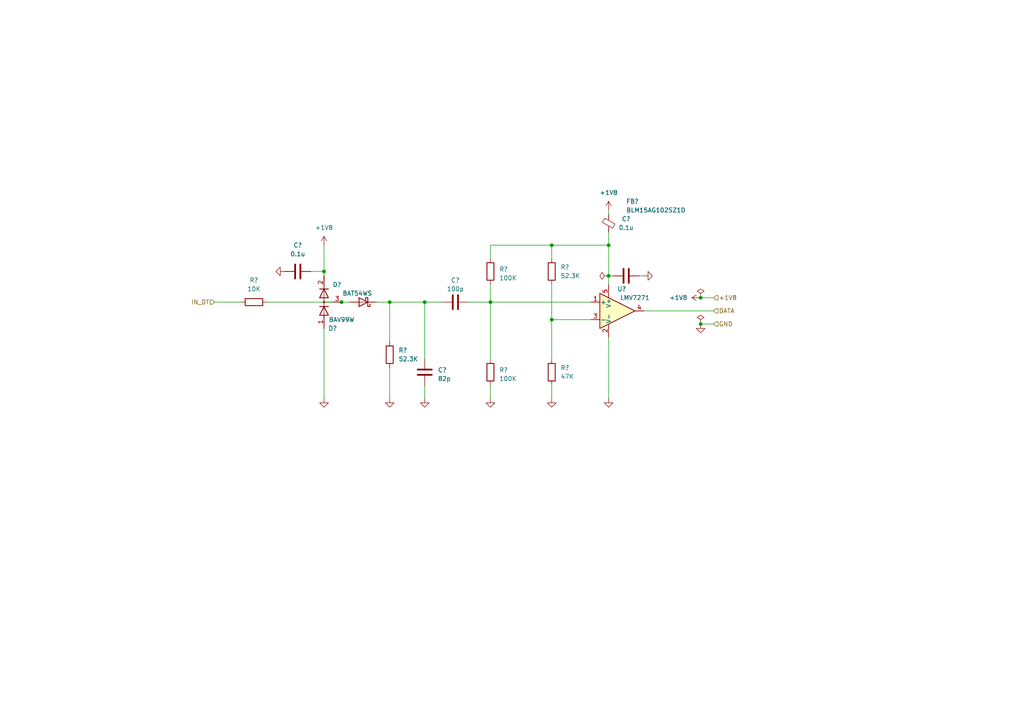
<source format=kicad_sch>
(kicad_sch (version 20230620) (generator eeschema)

  (uuid e71cbde1-8d43-4450-8a5d-ad6ba7566a5d)

  (paper "A4")

  (lib_symbols
    (symbol "Comparator:LMV7271" (pin_names (offset 0.127)) (in_bom yes) (on_board yes)
      (property "Reference" "U" (at 1.27 5.08 0)
        (effects (font (size 1.27 1.27)))
      )
      (property "Value" "LMV7271" (at 3.81 -5.08 0)
        (effects (font (size 1.27 1.27)))
      )
      (property "Footprint" "" (at 0 2.54 0)
        (effects (font (size 1.27 1.27)) hide)
      )
      (property "Datasheet" "http://www.ti.com/lit/ds/symlink/lmv7271.pdf" (at 0 5.08 0)
        (effects (font (size 1.27 1.27)) hide)
      )
      (property "Description" "Single, 1.8V Low Power, Rail-to-Rail Input, Push-Pull Output Comparator, SOT-23-5/SC-70-5" (at 0 0 0)
        (effects (font (size 1.27 1.27)) hide)
      )
      (property "ki_keywords" "cmp" (at 0 0 0)
        (effects (font (size 1.27 1.27)) hide)
      )
      (property "ki_fp_filters" "SOT?23* *SC?70*" (at 0 0 0)
        (effects (font (size 1.27 1.27)) hide)
      )
      (symbol "LMV7271_0_1"
        (polyline
          (pts
            (xy -5.08 5.08)
            (xy 5.08 0)
            (xy -5.08 -5.08)
            (xy -5.08 5.08)
          )
          (stroke (width 0.254) (type default))
          (fill (type background))
        )
      )
      (symbol "LMV7271_1_1"
        (pin input line (at -7.62 2.54 0) (length 2.54)
          (name "+" (effects (font (size 1.27 1.27))))
          (number "1" (effects (font (size 1.27 1.27))))
        )
        (pin power_in line (at -2.54 -7.62 90) (length 3.81)
          (name "V-" (effects (font (size 1.27 1.27))))
          (number "2" (effects (font (size 1.27 1.27))))
        )
        (pin input line (at -7.62 -2.54 0) (length 2.54)
          (name "-" (effects (font (size 1.27 1.27))))
          (number "3" (effects (font (size 1.27 1.27))))
        )
        (pin output line (at 7.62 0 180) (length 2.54)
          (name "~" (effects (font (size 1.27 1.27))))
          (number "4" (effects (font (size 1.27 1.27))))
        )
        (pin power_in line (at -2.54 7.62 270) (length 3.81)
          (name "V+" (effects (font (size 1.27 1.27))))
          (number "5" (effects (font (size 1.27 1.27))))
        )
      )
    )
    (symbol "Device:C" (pin_numbers hide) (pin_names (offset 0.254)) (in_bom yes) (on_board yes)
      (property "Reference" "C" (at 0.635 2.54 0)
        (effects (font (size 1.27 1.27)) (justify left))
      )
      (property "Value" "C" (at 0.635 -2.54 0)
        (effects (font (size 1.27 1.27)) (justify left))
      )
      (property "Footprint" "" (at 0.9652 -3.81 0)
        (effects (font (size 1.27 1.27)) hide)
      )
      (property "Datasheet" "~" (at 0 0 0)
        (effects (font (size 1.27 1.27)) hide)
      )
      (property "Description" "Unpolarized capacitor" (at 0 0 0)
        (effects (font (size 1.27 1.27)) hide)
      )
      (property "ki_keywords" "cap capacitor" (at 0 0 0)
        (effects (font (size 1.27 1.27)) hide)
      )
      (property "ki_fp_filters" "C_*" (at 0 0 0)
        (effects (font (size 1.27 1.27)) hide)
      )
      (symbol "C_0_1"
        (polyline
          (pts
            (xy -2.032 -0.762)
            (xy 2.032 -0.762)
          )
          (stroke (width 0.508) (type default))
          (fill (type none))
        )
        (polyline
          (pts
            (xy -2.032 0.762)
            (xy 2.032 0.762)
          )
          (stroke (width 0.508) (type default))
          (fill (type none))
        )
      )
      (symbol "C_1_1"
        (pin passive line (at 0 3.81 270) (length 2.794)
          (name "~" (effects (font (size 1.27 1.27))))
          (number "1" (effects (font (size 1.27 1.27))))
        )
        (pin passive line (at 0 -3.81 90) (length 2.794)
          (name "~" (effects (font (size 1.27 1.27))))
          (number "2" (effects (font (size 1.27 1.27))))
        )
      )
    )
    (symbol "Device:D_Dual_Series_AKC" (pin_names (offset 0.762) hide) (in_bom yes) (on_board yes)
      (property "Reference" "D" (at 1.27 -2.54 0)
        (effects (font (size 1.27 1.27)))
      )
      (property "Value" "D_Dual_Series_AKC" (at 0 2.54 0)
        (effects (font (size 1.27 1.27)))
      )
      (property "Footprint" "" (at 0 0 0)
        (effects (font (size 1.27 1.27)) hide)
      )
      (property "Datasheet" "~" (at 0 0 0)
        (effects (font (size 1.27 1.27)) hide)
      )
      (property "Description" "Dual diode, anode/cathode/center" (at 0 0 0)
        (effects (font (size 1.27 1.27)) hide)
      )
      (property "ki_keywords" "diode" (at 0 0 0)
        (effects (font (size 1.27 1.27)) hide)
      )
      (symbol "D_Dual_Series_AKC_0_1"
        (polyline
          (pts
            (xy -3.81 0)
            (xy 3.81 0)
          )
          (stroke (width 0) (type default))
          (fill (type none))
        )
        (polyline
          (pts
            (xy 0 0)
            (xy 0 -2.54)
          )
          (stroke (width 0) (type default))
          (fill (type none))
        )
        (polyline
          (pts
            (xy 6.35 0)
            (xy 7.62 0)
          )
          (stroke (width 0) (type default))
          (fill (type none))
        )
        (polyline
          (pts
            (xy -1.27 -1.27)
            (xy -1.27 1.27)
            (xy -1.27 1.27)
          )
          (stroke (width 0.254) (type default))
          (fill (type none))
        )
        (polyline
          (pts
            (xy 3.81 1.27)
            (xy 3.81 -1.27)
            (xy 3.81 -1.27)
          )
          (stroke (width 0.254) (type default))
          (fill (type none))
        )
        (polyline
          (pts
            (xy -3.81 1.27)
            (xy -1.27 0)
            (xy -3.81 -1.27)
            (xy -3.81 1.27)
            (xy -3.81 1.27)
            (xy -3.81 1.27)
          )
          (stroke (width 0.254) (type default))
          (fill (type none))
        )
        (polyline
          (pts
            (xy 1.27 1.27)
            (xy 3.81 0)
            (xy 1.27 -1.27)
            (xy 1.27 1.27)
            (xy 1.27 1.27)
            (xy 1.27 1.27)
          )
          (stroke (width 0.254) (type default))
          (fill (type none))
        )
        (circle (center 0 0) (radius 0.254)
          (stroke (width 0) (type default))
          (fill (type outline))
        )
        (pin passive line (at -7.62 0 0) (length 3.81)
          (name "A" (effects (font (size 1.27 1.27))))
          (number "1" (effects (font (size 1.27 1.27))))
        )
        (pin passive line (at 7.62 0 180) (length 3.81)
          (name "K" (effects (font (size 1.27 1.27))))
          (number "2" (effects (font (size 1.27 1.27))))
        )
        (pin passive line (at 0 -5.08 90) (length 2.54)
          (name "common" (effects (font (size 1.27 1.27))))
          (number "3" (effects (font (size 1.27 1.27))))
        )
      )
    )
    (symbol "Device:D_Schottky" (pin_numbers hide) (pin_names (offset 1.016) hide) (in_bom yes) (on_board yes)
      (property "Reference" "D" (at 0 2.54 0)
        (effects (font (size 1.27 1.27)))
      )
      (property "Value" "D_Schottky" (at 0 -2.54 0)
        (effects (font (size 1.27 1.27)))
      )
      (property "Footprint" "" (at 0 0 0)
        (effects (font (size 1.27 1.27)) hide)
      )
      (property "Datasheet" "~" (at 0 0 0)
        (effects (font (size 1.27 1.27)) hide)
      )
      (property "Description" "Schottky diode" (at 0 0 0)
        (effects (font (size 1.27 1.27)) hide)
      )
      (property "ki_keywords" "diode Schottky" (at 0 0 0)
        (effects (font (size 1.27 1.27)) hide)
      )
      (property "ki_fp_filters" "TO-???* *_Diode_* *SingleDiode* D_*" (at 0 0 0)
        (effects (font (size 1.27 1.27)) hide)
      )
      (symbol "D_Schottky_0_1"
        (polyline
          (pts
            (xy 1.27 0)
            (xy -1.27 0)
          )
          (stroke (width 0) (type default))
          (fill (type none))
        )
        (polyline
          (pts
            (xy 1.27 1.27)
            (xy 1.27 -1.27)
            (xy -1.27 0)
            (xy 1.27 1.27)
          )
          (stroke (width 0.254) (type default))
          (fill (type none))
        )
        (polyline
          (pts
            (xy -1.905 0.635)
            (xy -1.905 1.27)
            (xy -1.27 1.27)
            (xy -1.27 -1.27)
            (xy -0.635 -1.27)
            (xy -0.635 -0.635)
          )
          (stroke (width 0.254) (type default))
          (fill (type none))
        )
      )
      (symbol "D_Schottky_1_1"
        (pin passive line (at -3.81 0 0) (length 2.54)
          (name "K" (effects (font (size 1.27 1.27))))
          (number "1" (effects (font (size 1.27 1.27))))
        )
        (pin passive line (at 3.81 0 180) (length 2.54)
          (name "A" (effects (font (size 1.27 1.27))))
          (number "2" (effects (font (size 1.27 1.27))))
        )
      )
    )
    (symbol "Device:FerriteBead_Small" (pin_numbers hide) (pin_names (offset 0)) (in_bom yes) (on_board yes)
      (property "Reference" "FB" (at 1.905 1.27 0)
        (effects (font (size 1.27 1.27)) (justify left))
      )
      (property "Value" "FerriteBead_Small" (at 1.905 -1.27 0)
        (effects (font (size 1.27 1.27)) (justify left))
      )
      (property "Footprint" "" (at -1.778 0 90)
        (effects (font (size 1.27 1.27)) hide)
      )
      (property "Datasheet" "~" (at 0 0 0)
        (effects (font (size 1.27 1.27)) hide)
      )
      (property "Description" "Ferrite bead, small symbol" (at 0 0 0)
        (effects (font (size 1.27 1.27)) hide)
      )
      (property "ki_keywords" "L ferrite bead inductor filter" (at 0 0 0)
        (effects (font (size 1.27 1.27)) hide)
      )
      (property "ki_fp_filters" "Inductor_* L_* *Ferrite*" (at 0 0 0)
        (effects (font (size 1.27 1.27)) hide)
      )
      (symbol "FerriteBead_Small_0_1"
        (polyline
          (pts
            (xy 0 -1.27)
            (xy 0 -0.7874)
          )
          (stroke (width 0) (type default))
          (fill (type none))
        )
        (polyline
          (pts
            (xy 0 0.889)
            (xy 0 1.2954)
          )
          (stroke (width 0) (type default))
          (fill (type none))
        )
        (polyline
          (pts
            (xy -1.8288 0.2794)
            (xy -1.1176 1.4986)
            (xy 1.8288 -0.2032)
            (xy 1.1176 -1.4224)
            (xy -1.8288 0.2794)
          )
          (stroke (width 0) (type default))
          (fill (type none))
        )
      )
      (symbol "FerriteBead_Small_1_1"
        (pin passive line (at 0 2.54 270) (length 1.27)
          (name "~" (effects (font (size 1.27 1.27))))
          (number "1" (effects (font (size 1.27 1.27))))
        )
        (pin passive line (at 0 -2.54 90) (length 1.27)
          (name "~" (effects (font (size 1.27 1.27))))
          (number "2" (effects (font (size 1.27 1.27))))
        )
      )
    )
    (symbol "Device:R" (pin_numbers hide) (pin_names (offset 0)) (in_bom yes) (on_board yes)
      (property "Reference" "R" (at 2.032 0 90)
        (effects (font (size 1.27 1.27)))
      )
      (property "Value" "R" (at 0 0 90)
        (effects (font (size 1.27 1.27)))
      )
      (property "Footprint" "" (at -1.778 0 90)
        (effects (font (size 1.27 1.27)) hide)
      )
      (property "Datasheet" "~" (at 0 0 0)
        (effects (font (size 1.27 1.27)) hide)
      )
      (property "Description" "Resistor" (at 0 0 0)
        (effects (font (size 1.27 1.27)) hide)
      )
      (property "ki_keywords" "R res resistor" (at 0 0 0)
        (effects (font (size 1.27 1.27)) hide)
      )
      (property "ki_fp_filters" "R_*" (at 0 0 0)
        (effects (font (size 1.27 1.27)) hide)
      )
      (symbol "R_0_1"
        (rectangle (start -1.016 -2.54) (end 1.016 2.54)
          (stroke (width 0.254) (type default))
          (fill (type none))
        )
      )
      (symbol "R_1_1"
        (pin passive line (at 0 3.81 270) (length 1.27)
          (name "~" (effects (font (size 1.27 1.27))))
          (number "1" (effects (font (size 1.27 1.27))))
        )
        (pin passive line (at 0 -3.81 90) (length 1.27)
          (name "~" (effects (font (size 1.27 1.27))))
          (number "2" (effects (font (size 1.27 1.27))))
        )
      )
    )
    (symbol "power:+1V8" (power) (pin_names (offset 0)) (in_bom yes) (on_board yes)
      (property "Reference" "#PWR" (at 0 -3.81 0)
        (effects (font (size 1.27 1.27)) hide)
      )
      (property "Value" "+1V8" (at 0 3.556 0)
        (effects (font (size 1.27 1.27)))
      )
      (property "Footprint" "" (at 0 0 0)
        (effects (font (size 1.27 1.27)) hide)
      )
      (property "Datasheet" "" (at 0 0 0)
        (effects (font (size 1.27 1.27)) hide)
      )
      (property "Description" "Power symbol creates a global label with name \"+1V8\"" (at 0 0 0)
        (effects (font (size 1.27 1.27)) hide)
      )
      (property "ki_keywords" "power-flag" (at 0 0 0)
        (effects (font (size 1.27 1.27)) hide)
      )
      (symbol "+1V8_0_1"
        (polyline
          (pts
            (xy -0.762 1.27)
            (xy 0 2.54)
          )
          (stroke (width 0) (type default))
          (fill (type none))
        )
        (polyline
          (pts
            (xy 0 0)
            (xy 0 2.54)
          )
          (stroke (width 0) (type default))
          (fill (type none))
        )
        (polyline
          (pts
            (xy 0 2.54)
            (xy 0.762 1.27)
          )
          (stroke (width 0) (type default))
          (fill (type none))
        )
      )
      (symbol "+1V8_1_1"
        (pin power_in line (at 0 0 90) (length 0) hide
          (name "+1V8" (effects (font (size 1.27 1.27))))
          (number "1" (effects (font (size 1.27 1.27))))
        )
      )
    )
    (symbol "power:GND" (power) (pin_names (offset 0)) (in_bom yes) (on_board yes)
      (property "Reference" "#PWR" (at 0 -6.35 0)
        (effects (font (size 1.27 1.27)) hide)
      )
      (property "Value" "GND" (at 0 -3.81 0)
        (effects (font (size 1.27 1.27)))
      )
      (property "Footprint" "" (at 0 0 0)
        (effects (font (size 1.27 1.27)) hide)
      )
      (property "Datasheet" "" (at 0 0 0)
        (effects (font (size 1.27 1.27)) hide)
      )
      (property "Description" "Power symbol creates a global label with name \"GND\" , ground" (at 0 0 0)
        (effects (font (size 1.27 1.27)) hide)
      )
      (property "ki_keywords" "power-flag" (at 0 0 0)
        (effects (font (size 1.27 1.27)) hide)
      )
      (symbol "GND_0_1"
        (polyline
          (pts
            (xy 0 0)
            (xy 0 -1.27)
            (xy 1.27 -1.27)
            (xy 0 -2.54)
            (xy -1.27 -1.27)
            (xy 0 -1.27)
          )
          (stroke (width 0) (type default))
          (fill (type none))
        )
      )
      (symbol "GND_1_1"
        (pin power_in line (at 0 0 270) (length 0) hide
          (name "GND" (effects (font (size 1.27 1.27))))
          (number "1" (effects (font (size 1.27 1.27))))
        )
      )
    )
    (symbol "power:PWR_FLAG" (power) (pin_numbers hide) (pin_names (offset 0) hide) (in_bom yes) (on_board yes)
      (property "Reference" "#FLG" (at 0 1.905 0)
        (effects (font (size 1.27 1.27)) hide)
      )
      (property "Value" "PWR_FLAG" (at 0 3.81 0)
        (effects (font (size 1.27 1.27)))
      )
      (property "Footprint" "" (at 0 0 0)
        (effects (font (size 1.27 1.27)) hide)
      )
      (property "Datasheet" "~" (at 0 0 0)
        (effects (font (size 1.27 1.27)) hide)
      )
      (property "Description" "Special symbol for telling ERC where power comes from" (at 0 0 0)
        (effects (font (size 1.27 1.27)) hide)
      )
      (property "ki_keywords" "flag power" (at 0 0 0)
        (effects (font (size 1.27 1.27)) hide)
      )
      (symbol "PWR_FLAG_0_0"
        (pin power_out line (at 0 0 90) (length 0)
          (name "pwr" (effects (font (size 1.27 1.27))))
          (number "1" (effects (font (size 1.27 1.27))))
        )
      )
      (symbol "PWR_FLAG_0_1"
        (polyline
          (pts
            (xy 0 0)
            (xy 0 1.27)
            (xy -1.016 1.905)
            (xy 0 2.54)
            (xy 1.016 1.905)
            (xy 0 1.27)
          )
          (stroke (width 0) (type default))
          (fill (type none))
        )
      )
    )
  )

  (junction (at 123.19 87.63) (diameter 0) (color 0 0 0 0)
    (uuid 00de7870-9a00-4d11-bbdf-d8a627943be2)
  )
  (junction (at 203.2 86.36) (diameter 0) (color 0 0 0 0)
    (uuid 161a2f61-9c32-430e-879a-f7b9865c52cd)
  )
  (junction (at 93.98 78.74) (diameter 0) (color 0 0 0 0)
    (uuid 31a1520c-732c-4761-9a7f-e90116d2b726)
  )
  (junction (at 142.24 87.63) (diameter 0) (color 0 0 0 0)
    (uuid 3f966ff3-408c-4390-ac60-217ec94b1179)
  )
  (junction (at 113.03 87.63) (diameter 0) (color 0 0 0 0)
    (uuid 737ec7ec-c661-471b-962d-e783af865cd7)
  )
  (junction (at 176.53 71.12) (diameter 0) (color 0 0 0 0)
    (uuid 769de244-531b-41d1-add9-923c971da467)
  )
  (junction (at 160.02 71.12) (diameter 0) (color 0 0 0 0)
    (uuid 7849b513-76c6-48a7-a931-f10be3d64924)
  )
  (junction (at 99.06 87.63) (diameter 0) (color 0 0 0 0)
    (uuid 8080ac33-807c-4867-9595-40dd22b45ce7)
  )
  (junction (at 160.02 92.71) (diameter 0) (color 0 0 0 0)
    (uuid 8d246f8b-e9bd-41d9-9ffc-562e3149db81)
  )
  (junction (at 176.53 80.01) (diameter 0) (color 0 0 0 0)
    (uuid 95fc83f0-a096-44a7-86b0-1580d61ddbaf)
  )
  (junction (at 203.2 93.98) (diameter 0) (color 0 0 0 0)
    (uuid b8045152-0772-40aa-8e47-e35a92fdc1b1)
  )

  (wire (pts (xy 142.24 82.55) (xy 142.24 87.63))
    (stroke (width 0) (type default))
    (uuid 0656b407-0e43-4211-a0b8-291b6987b282)
  )
  (wire (pts (xy 142.24 111.76) (xy 142.24 115.57))
    (stroke (width 0) (type default))
    (uuid 09682c32-04dd-4955-a579-a06f092ea210)
  )
  (wire (pts (xy 113.03 106.68) (xy 113.03 115.57))
    (stroke (width 0) (type default))
    (uuid 0c613798-b279-46df-b30b-bca81e077689)
  )
  (wire (pts (xy 160.02 82.55) (xy 160.02 92.71))
    (stroke (width 0) (type default))
    (uuid 16f7a214-71da-418d-aec5-7b01764cff9b)
  )
  (wire (pts (xy 93.98 95.25) (xy 93.98 115.57))
    (stroke (width 0) (type default))
    (uuid 175923ec-6c24-4f44-8b79-a2d24d0d4978)
  )
  (wire (pts (xy 135.89 87.63) (xy 142.24 87.63))
    (stroke (width 0) (type default))
    (uuid 1d01d618-3739-4997-9d22-ba0acdd93b0f)
  )
  (wire (pts (xy 176.53 67.31) (xy 176.53 71.12))
    (stroke (width 0) (type default))
    (uuid 466b39ac-32bb-4038-8cba-b26ebf557ff1)
  )
  (wire (pts (xy 123.19 104.14) (xy 123.19 87.63))
    (stroke (width 0) (type default))
    (uuid 4ac6e9f9-d5f7-411f-b1d5-ef00b897d5b8)
  )
  (wire (pts (xy 142.24 87.63) (xy 142.24 104.14))
    (stroke (width 0) (type default))
    (uuid 4ae980df-f0cd-4325-8f4d-e7c62f833fee)
  )
  (wire (pts (xy 177.8 80.01) (xy 176.53 80.01))
    (stroke (width 0) (type default))
    (uuid 4c438a5a-afd1-419f-bb20-3d1a58db981d)
  )
  (wire (pts (xy 176.53 62.23) (xy 176.53 60.96))
    (stroke (width 0) (type default))
    (uuid 4f0a3459-1fe5-4a37-a87f-e891478e3147)
  )
  (wire (pts (xy 160.02 104.14) (xy 160.02 92.71))
    (stroke (width 0) (type default))
    (uuid 53da2ae3-a236-42eb-b674-09d8cf71ce7a)
  )
  (wire (pts (xy 99.06 87.63) (xy 101.6 87.63))
    (stroke (width 0) (type default))
    (uuid 55f4e76f-083a-43f6-a816-846bf5a2468c)
  )
  (wire (pts (xy 123.19 111.76) (xy 123.19 115.57))
    (stroke (width 0) (type default))
    (uuid 5933404b-400d-4a57-8c62-22f1c0639707)
  )
  (wire (pts (xy 176.53 80.01) (xy 176.53 82.55))
    (stroke (width 0) (type default))
    (uuid 599340d0-610d-4f89-9dcb-9fc7ea2cc61f)
  )
  (wire (pts (xy 142.24 87.63) (xy 171.45 87.63))
    (stroke (width 0) (type default))
    (uuid 59b11df4-f0e2-465d-ac1b-6e9f3d499c24)
  )
  (wire (pts (xy 109.22 87.63) (xy 113.03 87.63))
    (stroke (width 0) (type default))
    (uuid 60edfdb8-8a1b-401b-891b-c4196f22b6fc)
  )
  (wire (pts (xy 93.98 78.74) (xy 93.98 80.01))
    (stroke (width 0) (type default))
    (uuid 6711c7ea-c737-4090-a961-4158fb0e191b)
  )
  (wire (pts (xy 90.17 78.74) (xy 93.98 78.74))
    (stroke (width 0) (type default))
    (uuid 68718a24-68c9-4a0f-b3b1-72a7e7eafd0e)
  )
  (wire (pts (xy 93.98 71.12) (xy 93.98 78.74))
    (stroke (width 0) (type default))
    (uuid 69279710-c43a-4d8e-a416-c3c9947980a1)
  )
  (wire (pts (xy 160.02 92.71) (xy 171.45 92.71))
    (stroke (width 0) (type default))
    (uuid 71692893-bd14-40aa-b469-c31167685a8f)
  )
  (wire (pts (xy 77.47 87.63) (xy 99.06 87.63))
    (stroke (width 0) (type default))
    (uuid 7fd546e3-39c4-4f7d-b06a-c0a686a92755)
  )
  (wire (pts (xy 113.03 87.63) (xy 113.03 99.06))
    (stroke (width 0) (type default))
    (uuid 89a30c68-8f86-4b6f-bc70-6530a84bf042)
  )
  (wire (pts (xy 142.24 71.12) (xy 142.24 74.93))
    (stroke (width 0) (type default))
    (uuid 93a5fefd-2f0f-48f4-8ebf-51924f56fd65)
  )
  (wire (pts (xy 176.53 115.57) (xy 176.53 97.79))
    (stroke (width 0) (type default))
    (uuid a601740a-da63-4364-b9f8-e4e057e0f2c7)
  )
  (wire (pts (xy 203.2 93.98) (xy 207.01 93.98))
    (stroke (width 0) (type default))
    (uuid a659e37b-5a1f-41a1-862d-b260566d645c)
  )
  (wire (pts (xy 203.2 86.36) (xy 207.01 86.36))
    (stroke (width 0) (type default))
    (uuid bd969bde-e0ad-4a07-ae0e-a4ffc09b4df5)
  )
  (wire (pts (xy 123.19 87.63) (xy 128.27 87.63))
    (stroke (width 0) (type default))
    (uuid be30ab90-2e23-4ec0-9ae5-36448abb3732)
  )
  (wire (pts (xy 62.23 87.63) (xy 69.85 87.63))
    (stroke (width 0) (type default))
    (uuid c145811c-51dd-4acb-b97b-e91816b42548)
  )
  (wire (pts (xy 185.42 80.01) (xy 186.69 80.01))
    (stroke (width 0) (type default))
    (uuid c2a18453-508f-4e83-9c96-00e470b9cd54)
  )
  (wire (pts (xy 160.02 71.12) (xy 176.53 71.12))
    (stroke (width 0) (type default))
    (uuid c8721d38-1d84-40e9-9b0f-9a94e8bc91e3)
  )
  (wire (pts (xy 176.53 71.12) (xy 176.53 80.01))
    (stroke (width 0) (type default))
    (uuid cebf321e-d11f-4f4b-bc03-cef515d3e4bd)
  )
  (wire (pts (xy 142.24 71.12) (xy 160.02 71.12))
    (stroke (width 0) (type default))
    (uuid d44500be-7d63-4c3f-8e14-b3c96f913513)
  )
  (wire (pts (xy 113.03 87.63) (xy 123.19 87.63))
    (stroke (width 0) (type default))
    (uuid df1ed28d-839f-46f8-9d6d-fa79449015c8)
  )
  (wire (pts (xy 160.02 111.76) (xy 160.02 115.57))
    (stroke (width 0) (type default))
    (uuid e67df8e0-62ef-4334-8709-d3d4c25229ed)
  )
  (wire (pts (xy 160.02 71.12) (xy 160.02 74.93))
    (stroke (width 0) (type default))
    (uuid ecb9ea42-1d75-4f6c-a0d4-606e93781bff)
  )
  (wire (pts (xy 186.69 90.17) (xy 207.01 90.17))
    (stroke (width 0) (type default))
    (uuid f707fa9f-996f-40f3-b25e-a369a8f43124)
  )

  (hierarchical_label "GND" (shape input) (at 207.01 93.98 0) (fields_autoplaced)
    (effects (font (size 1.27 1.27)) (justify left))
    (uuid 57058e79-1a68-4bd3-85ba-7e3809e2ec29)
  )
  (hierarchical_label "+1V8" (shape input) (at 207.01 86.36 0) (fields_autoplaced)
    (effects (font (size 1.27 1.27)) (justify left))
    (uuid 8b6dd13a-5b33-4e54-adce-423cb59c9572)
  )
  (hierarchical_label "IN_DT" (shape input) (at 62.23 87.63 180) (fields_autoplaced)
    (effects (font (size 1.27 1.27)) (justify right))
    (uuid e07f652f-5a49-43ab-9fa2-d99f6298d4ec)
  )
  (hierarchical_label "DATA" (shape input) (at 207.01 90.17 0) (fields_autoplaced)
    (effects (font (size 1.27 1.27)) (justify left))
    (uuid ecc01d8d-8836-461d-9d30-fc02b61a9607)
  )

  (symbol (lib_id "Device:C") (at 181.61 80.01 270) (mirror x) (unit 1)
    (in_bom yes) (on_board yes) (dnp no)
    (uuid 0d082e3c-d845-4287-b74e-9326d651a4c7)
    (property "Reference" "C?" (at 181.61 63.5 90)
      (effects (font (size 1.27 1.27)))
    )
    (property "Value" "0.1u" (at 181.61 66.04 90)
      (effects (font (size 1.27 1.27)))
    )
    (property "Footprint" "Capacitor_SMD:C_0402_1005Metric" (at 177.8 79.0448 0)
      (effects (font (size 1.27 1.27)) hide)
    )
    (property "Datasheet" "~" (at 181.61 80.01 0)
      (effects (font (size 1.27 1.27)) hide)
    )
    (property "Description" "" (at 181.61 80.01 0)
      (effects (font (size 1.27 1.27)) hide)
    )
    (pin "1" (uuid 2518a404-c9ca-4497-b69d-ca6db2ed0fbc))
    (pin "2" (uuid 829503e5-1064-4fe3-8018-42733dbd2e4c))
    (instances
      (project "Kampela"
        (path "/472e0f49-51e5-4b9c-a9f6-6aed0741c677/67eb4c15-878d-4392-8f98-b0db1677ce0d"
          (reference "C?") (unit 1)
        )
      )
      (project "Kampela_G2"
        (path "/f1094595-086c-43ea-a0be-6f801d9d8744/67eb4c15-878d-4392-8f98-b0db1677ce0d"
          (reference "C5") (unit 1)
        )
      )
    )
  )

  (symbol (lib_id "power:GND") (at 160.02 115.57 0) (unit 1)
    (in_bom yes) (on_board yes) (dnp no) (fields_autoplaced)
    (uuid 1b976773-b236-47b8-b87e-608430f32340)
    (property "Reference" "#PWR?" (at 160.02 121.92 0)
      (effects (font (size 1.27 1.27)) hide)
    )
    (property "Value" "GND" (at 160.02 120.65 0)
      (effects (font (size 1.27 1.27)) hide)
    )
    (property "Footprint" "" (at 160.02 115.57 0)
      (effects (font (size 1.27 1.27)) hide)
    )
    (property "Datasheet" "" (at 160.02 115.57 0)
      (effects (font (size 1.27 1.27)) hide)
    )
    (property "Description" "" (at 160.02 115.57 0)
      (effects (font (size 1.27 1.27)) hide)
    )
    (pin "1" (uuid 009e4c22-35a3-4cb2-a980-055de7242bde))
    (instances
      (project "Kampela"
        (path "/472e0f49-51e5-4b9c-a9f6-6aed0741c677/67eb4c15-878d-4392-8f98-b0db1677ce0d"
          (reference "#PWR?") (unit 1)
        )
      )
      (project "Kampela_G2"
        (path "/f1094595-086c-43ea-a0be-6f801d9d8744/67eb4c15-878d-4392-8f98-b0db1677ce0d"
          (reference "#PWR017") (unit 1)
        )
      )
    )
  )

  (symbol (lib_id "Device:C") (at 123.19 107.95 0) (unit 1)
    (in_bom yes) (on_board yes) (dnp no) (fields_autoplaced)
    (uuid 1eb7f41e-b0c5-465c-95d0-217697737195)
    (property "Reference" "C?" (at 127 107.315 0)
      (effects (font (size 1.27 1.27)) (justify left))
    )
    (property "Value" "82p" (at 127 109.855 0)
      (effects (font (size 1.27 1.27)) (justify left))
    )
    (property "Footprint" "Capacitor_SMD:C_0402_1005Metric" (at 124.1552 111.76 0)
      (effects (font (size 1.27 1.27)) hide)
    )
    (property "Datasheet" "~" (at 123.19 107.95 0)
      (effects (font (size 1.27 1.27)) hide)
    )
    (property "Description" "" (at 123.19 107.95 0)
      (effects (font (size 1.27 1.27)) hide)
    )
    (pin "1" (uuid db1882c8-d480-4234-9139-04f349a34c0e))
    (pin "2" (uuid 7658cc89-bd6d-4abf-9ce8-628724edf773))
    (instances
      (project "Kampela"
        (path "/472e0f49-51e5-4b9c-a9f6-6aed0741c677/67eb4c15-878d-4392-8f98-b0db1677ce0d"
          (reference "C?") (unit 1)
        )
      )
      (project "Kampela_G2"
        (path "/f1094595-086c-43ea-a0be-6f801d9d8744/67eb4c15-878d-4392-8f98-b0db1677ce0d"
          (reference "C2") (unit 1)
        )
      )
    )
  )

  (symbol (lib_id "Device:D_Schottky") (at 105.41 87.63 180) (unit 1)
    (in_bom yes) (on_board yes) (dnp no)
    (uuid 28ee3c93-1c0e-4fb7-b782-c4da22b06b89)
    (property "Reference" "D?" (at 99.06 82.55 0)
      (effects (font (size 1.27 1.27)) (justify left))
    )
    (property "Value" "BAT54WS" (at 107.95 85.09 0)
      (effects (font (size 1.27 1.27)) (justify left))
    )
    (property "Footprint" "Diode_SMD:D_SOD-323F" (at 105.41 87.63 0)
      (effects (font (size 1.27 1.27)) hide)
    )
    (property "Datasheet" "~" (at 105.41 87.63 0)
      (effects (font (size 1.27 1.27)) hide)
    )
    (property "Description" "" (at 105.41 87.63 0)
      (effects (font (size 1.27 1.27)) hide)
    )
    (pin "1" (uuid 0046228c-48c7-4a54-80ab-749a91d0b7b7))
    (pin "2" (uuid 1cd3054f-9a03-4218-a9f9-2bf4a786cf1b))
    (instances
      (project "Kampela"
        (path "/472e0f49-51e5-4b9c-a9f6-6aed0741c677/67eb4c15-878d-4392-8f98-b0db1677ce0d"
          (reference "D?") (unit 1)
        )
      )
      (project "Kampela_G2"
        (path "/f1094595-086c-43ea-a0be-6f801d9d8744/67eb4c15-878d-4392-8f98-b0db1677ce0d"
          (reference "D2") (unit 1)
        )
      )
    )
  )

  (symbol (lib_id "power:GND") (at 123.19 115.57 0) (unit 1)
    (in_bom yes) (on_board yes) (dnp no) (fields_autoplaced)
    (uuid 292231bf-e921-435a-aa02-0a6e9d2b9094)
    (property "Reference" "#PWR?" (at 123.19 121.92 0)
      (effects (font (size 1.27 1.27)) hide)
    )
    (property "Value" "GND" (at 123.19 120.65 0)
      (effects (font (size 1.27 1.27)) hide)
    )
    (property "Footprint" "" (at 123.19 115.57 0)
      (effects (font (size 1.27 1.27)) hide)
    )
    (property "Datasheet" "" (at 123.19 115.57 0)
      (effects (font (size 1.27 1.27)) hide)
    )
    (property "Description" "" (at 123.19 115.57 0)
      (effects (font (size 1.27 1.27)) hide)
    )
    (pin "1" (uuid ea7afded-5650-4437-98b2-585d0f1f8852))
    (instances
      (project "Kampela"
        (path "/472e0f49-51e5-4b9c-a9f6-6aed0741c677/67eb4c15-878d-4392-8f98-b0db1677ce0d"
          (reference "#PWR?") (unit 1)
        )
      )
      (project "Kampela_G2"
        (path "/f1094595-086c-43ea-a0be-6f801d9d8744/67eb4c15-878d-4392-8f98-b0db1677ce0d"
          (reference "#PWR015") (unit 1)
        )
      )
    )
  )

  (symbol (lib_id "power:PWR_FLAG") (at 176.53 80.01 90) (unit 1)
    (in_bom yes) (on_board yes) (dnp no) (fields_autoplaced)
    (uuid 2ef239eb-29aa-47f1-8645-95162de15655)
    (property "Reference" "#FLG02" (at 174.625 80.01 0)
      (effects (font (size 1.27 1.27)) hide)
    )
    (property "Value" "PWR_FLAG" (at 171.45 80.01 0)
      (effects (font (size 1.27 1.27)) hide)
    )
    (property "Footprint" "" (at 176.53 80.01 0)
      (effects (font (size 1.27 1.27)) hide)
    )
    (property "Datasheet" "~" (at 176.53 80.01 0)
      (effects (font (size 1.27 1.27)) hide)
    )
    (property "Description" "Special symbol for telling ERC where power comes from" (at 176.53 80.01 0)
      (effects (font (size 1.27 1.27)) hide)
    )
    (pin "1" (uuid d8e6230e-db4d-475c-b6be-4a52515ebbf7))
    (instances
      (project "Kampela_G2"
        (path "/f1094595-086c-43ea-a0be-6f801d9d8744/67eb4c15-878d-4392-8f98-b0db1677ce0d"
          (reference "#FLG02") (unit 1)
        )
      )
    )
  )

  (symbol (lib_id "Device:C") (at 86.36 78.74 90) (mirror x) (unit 1)
    (in_bom yes) (on_board yes) (dnp no) (fields_autoplaced)
    (uuid 3780c09f-8ebb-4df9-8e79-af661d0ee190)
    (property "Reference" "C?" (at 86.36 71.12 90)
      (effects (font (size 1.27 1.27)))
    )
    (property "Value" "0.1u" (at 86.36 73.66 90)
      (effects (font (size 1.27 1.27)))
    )
    (property "Footprint" "Capacitor_SMD:C_0402_1005Metric" (at 90.17 79.7052 0)
      (effects (font (size 1.27 1.27)) hide)
    )
    (property "Datasheet" "~" (at 86.36 78.74 0)
      (effects (font (size 1.27 1.27)) hide)
    )
    (property "Description" "" (at 86.36 78.74 0)
      (effects (font (size 1.27 1.27)) hide)
    )
    (pin "1" (uuid 11e69c37-f43e-4906-bc0c-051433da1a92))
    (pin "2" (uuid df2ff8f1-5033-4341-93cf-36f6eda01619))
    (instances
      (project "Kampela"
        (path "/472e0f49-51e5-4b9c-a9f6-6aed0741c677/67eb4c15-878d-4392-8f98-b0db1677ce0d"
          (reference "C?") (unit 1)
        )
      )
      (project "Kampela_G2"
        (path "/f1094595-086c-43ea-a0be-6f801d9d8744/67eb4c15-878d-4392-8f98-b0db1677ce0d"
          (reference "C1") (unit 1)
        )
      )
    )
  )

  (symbol (lib_id "power:PWR_FLAG") (at 203.2 93.98 0) (unit 1)
    (in_bom yes) (on_board yes) (dnp no) (fields_autoplaced)
    (uuid 487c6859-c2ae-481e-b103-8eefad03b287)
    (property "Reference" "#FLG05" (at 203.2 92.075 0)
      (effects (font (size 1.27 1.27)) hide)
    )
    (property "Value" "PWR_FLAG" (at 203.2 88.9 0)
      (effects (font (size 1.27 1.27)) hide)
    )
    (property "Footprint" "" (at 203.2 93.98 0)
      (effects (font (size 1.27 1.27)) hide)
    )
    (property "Datasheet" "~" (at 203.2 93.98 0)
      (effects (font (size 1.27 1.27)) hide)
    )
    (property "Description" "Special symbol for telling ERC where power comes from" (at 203.2 93.98 0)
      (effects (font (size 1.27 1.27)) hide)
    )
    (pin "1" (uuid 75fa78b0-9eee-49e5-83c3-b5e8e3043b67))
    (instances
      (project "Kampela_G2"
        (path "/f1094595-086c-43ea-a0be-6f801d9d8744/67eb4c15-878d-4392-8f98-b0db1677ce0d"
          (reference "#FLG05") (unit 1)
        )
      )
    )
  )

  (symbol (lib_id "power:+1V8") (at 93.98 71.12 0) (unit 1)
    (in_bom yes) (on_board yes) (dnp no) (fields_autoplaced)
    (uuid 4dcda669-cc44-4686-a852-260396226be8)
    (property "Reference" "#PWR?" (at 93.98 74.93 0)
      (effects (font (size 1.27 1.27)) hide)
    )
    (property "Value" "+1V8" (at 93.98 66.04 0)
      (effects (font (size 1.27 1.27)))
    )
    (property "Footprint" "" (at 93.98 71.12 0)
      (effects (font (size 1.27 1.27)) hide)
    )
    (property "Datasheet" "" (at 93.98 71.12 0)
      (effects (font (size 1.27 1.27)) hide)
    )
    (property "Description" "" (at 93.98 71.12 0)
      (effects (font (size 1.27 1.27)) hide)
    )
    (pin "1" (uuid 77894f87-2b32-4fa0-b550-40d794c3b73e))
    (instances
      (project "Kampela"
        (path "/472e0f49-51e5-4b9c-a9f6-6aed0741c677/67eb4c15-878d-4392-8f98-b0db1677ce0d"
          (reference "#PWR?") (unit 1)
        )
      )
      (project "Kampela_G2"
        (path "/f1094595-086c-43ea-a0be-6f801d9d8744/67eb4c15-878d-4392-8f98-b0db1677ce0d"
          (reference "#PWR012") (unit 1)
        )
      )
    )
  )

  (symbol (lib_id "Device:C") (at 132.08 87.63 270) (mirror x) (unit 1)
    (in_bom yes) (on_board yes) (dnp no) (fields_autoplaced)
    (uuid 53828eaf-2374-4716-8534-2778c9b7dc42)
    (property "Reference" "C?" (at 132.08 81.28 90)
      (effects (font (size 1.27 1.27)))
    )
    (property "Value" "100p" (at 132.08 83.82 90)
      (effects (font (size 1.27 1.27)))
    )
    (property "Footprint" "Capacitor_SMD:C_0402_1005Metric" (at 128.27 86.6648 0)
      (effects (font (size 1.27 1.27)) hide)
    )
    (property "Datasheet" "~" (at 132.08 87.63 0)
      (effects (font (size 1.27 1.27)) hide)
    )
    (property "Description" "" (at 132.08 87.63 0)
      (effects (font (size 1.27 1.27)) hide)
    )
    (pin "1" (uuid ec68707e-1c5b-4886-b049-29b20dce8959))
    (pin "2" (uuid d42f460b-7588-4004-a954-ea0f0e65e91e))
    (instances
      (project "Kampela"
        (path "/472e0f49-51e5-4b9c-a9f6-6aed0741c677/67eb4c15-878d-4392-8f98-b0db1677ce0d"
          (reference "C?") (unit 1)
        )
      )
      (project "Kampela_G2"
        (path "/f1094595-086c-43ea-a0be-6f801d9d8744/67eb4c15-878d-4392-8f98-b0db1677ce0d"
          (reference "C3") (unit 1)
        )
      )
    )
  )

  (symbol (lib_id "Device:FerriteBead_Small") (at 176.53 64.77 0) (unit 1)
    (in_bom yes) (on_board yes) (dnp no)
    (uuid 554b93bb-0e0d-4678-abef-79187734b1fb)
    (property "Reference" "FB?" (at 181.61 58.42 0)
      (effects (font (size 1.27 1.27)) (justify left))
    )
    (property "Value" "BLM15AG102SZ1D" (at 181.61 60.96 0)
      (effects (font (size 1.27 1.27)) (justify left))
    )
    (property "Footprint" "Inductor_SMD:L_0402_1005Metric" (at 174.752 64.77 90)
      (effects (font (size 1.27 1.27)) hide)
    )
    (property "Datasheet" "~" (at 176.53 64.77 0)
      (effects (font (size 1.27 1.27)) hide)
    )
    (property "Description" "" (at 176.53 64.77 0)
      (effects (font (size 1.27 1.27)) hide)
    )
    (pin "1" (uuid 6372408c-38c3-4f44-ba4e-8fd962e413d1))
    (pin "2" (uuid 38440639-51d0-485e-a97c-29269809df56))
    (instances
      (project "Kampela"
        (path "/472e0f49-51e5-4b9c-a9f6-6aed0741c677/67eb4c15-878d-4392-8f98-b0db1677ce0d"
          (reference "FB?") (unit 1)
        )
      )
      (project "Kampela_G2"
        (path "/f1094595-086c-43ea-a0be-6f801d9d8744/67eb4c15-878d-4392-8f98-b0db1677ce0d"
          (reference "FB1") (unit 1)
        )
      )
    )
  )

  (symbol (lib_id "power:GND") (at 93.98 115.57 0) (unit 1)
    (in_bom yes) (on_board yes) (dnp no) (fields_autoplaced)
    (uuid 65015957-0f8a-4a0b-bd71-278bcb4e81ad)
    (property "Reference" "#PWR?" (at 93.98 121.92 0)
      (effects (font (size 1.27 1.27)) hide)
    )
    (property "Value" "GND" (at 93.98 120.65 0)
      (effects (font (size 1.27 1.27)) hide)
    )
    (property "Footprint" "" (at 93.98 115.57 0)
      (effects (font (size 1.27 1.27)) hide)
    )
    (property "Datasheet" "" (at 93.98 115.57 0)
      (effects (font (size 1.27 1.27)) hide)
    )
    (property "Description" "" (at 93.98 115.57 0)
      (effects (font (size 1.27 1.27)) hide)
    )
    (pin "1" (uuid d0d38fda-0163-4442-9af6-e78c75cc8685))
    (instances
      (project "Kampela"
        (path "/472e0f49-51e5-4b9c-a9f6-6aed0741c677/67eb4c15-878d-4392-8f98-b0db1677ce0d"
          (reference "#PWR?") (unit 1)
        )
      )
      (project "Kampela_G2"
        (path "/f1094595-086c-43ea-a0be-6f801d9d8744/67eb4c15-878d-4392-8f98-b0db1677ce0d"
          (reference "#PWR013") (unit 1)
        )
      )
    )
  )

  (symbol (lib_id "power:GND") (at 82.55 78.74 270) (unit 1)
    (in_bom yes) (on_board yes) (dnp no) (fields_autoplaced)
    (uuid 6c02058f-27f7-4342-9b8e-606b9e409101)
    (property "Reference" "#PWR?" (at 76.2 78.74 0)
      (effects (font (size 1.27 1.27)) hide)
    )
    (property "Value" "GND" (at 77.47 78.74 0)
      (effects (font (size 1.27 1.27)) hide)
    )
    (property "Footprint" "" (at 82.55 78.74 0)
      (effects (font (size 1.27 1.27)) hide)
    )
    (property "Datasheet" "" (at 82.55 78.74 0)
      (effects (font (size 1.27 1.27)) hide)
    )
    (property "Description" "" (at 82.55 78.74 0)
      (effects (font (size 1.27 1.27)) hide)
    )
    (pin "1" (uuid 13b8a1d6-f013-42b5-8b6e-6dfb59389eb8))
    (instances
      (project "Kampela"
        (path "/472e0f49-51e5-4b9c-a9f6-6aed0741c677/67eb4c15-878d-4392-8f98-b0db1677ce0d"
          (reference "#PWR?") (unit 1)
        )
      )
      (project "Kampela_G2"
        (path "/f1094595-086c-43ea-a0be-6f801d9d8744/67eb4c15-878d-4392-8f98-b0db1677ce0d"
          (reference "#PWR011") (unit 1)
        )
      )
    )
  )

  (symbol (lib_id "power:GND") (at 186.69 80.01 90) (unit 1)
    (in_bom yes) (on_board yes) (dnp no) (fields_autoplaced)
    (uuid 794f7b33-6144-45df-b0da-a6a1ccb19093)
    (property "Reference" "#PWR?" (at 193.04 80.01 0)
      (effects (font (size 1.27 1.27)) hide)
    )
    (property "Value" "GND" (at 191.77 80.01 0)
      (effects (font (size 1.27 1.27)) hide)
    )
    (property "Footprint" "" (at 186.69 80.01 0)
      (effects (font (size 1.27 1.27)) hide)
    )
    (property "Datasheet" "" (at 186.69 80.01 0)
      (effects (font (size 1.27 1.27)) hide)
    )
    (property "Description" "" (at 186.69 80.01 0)
      (effects (font (size 1.27 1.27)) hide)
    )
    (pin "1" (uuid 82f987e0-0109-4832-997c-8e8e0ac4df48))
    (instances
      (project "Kampela"
        (path "/472e0f49-51e5-4b9c-a9f6-6aed0741c677/67eb4c15-878d-4392-8f98-b0db1677ce0d"
          (reference "#PWR?") (unit 1)
        )
      )
      (project "Kampela_G2"
        (path "/f1094595-086c-43ea-a0be-6f801d9d8744/67eb4c15-878d-4392-8f98-b0db1677ce0d"
          (reference "#PWR021") (unit 1)
        )
      )
    )
  )

  (symbol (lib_id "power:GND") (at 203.2 93.98 0) (unit 1)
    (in_bom yes) (on_board yes) (dnp no) (fields_autoplaced)
    (uuid 8cd6e76f-985f-48b4-8b47-4cd06f281806)
    (property "Reference" "#PWR?" (at 203.2 100.33 0)
      (effects (font (size 1.27 1.27)) hide)
    )
    (property "Value" "GND" (at 203.2 99.06 0)
      (effects (font (size 1.27 1.27)) hide)
    )
    (property "Footprint" "" (at 203.2 93.98 0)
      (effects (font (size 1.27 1.27)) hide)
    )
    (property "Datasheet" "" (at 203.2 93.98 0)
      (effects (font (size 1.27 1.27)) hide)
    )
    (property "Description" "" (at 203.2 93.98 0)
      (effects (font (size 1.27 1.27)) hide)
    )
    (pin "1" (uuid c5144916-6b26-4e1a-91cb-3bb998aaa3ca))
    (instances
      (project "Kampela"
        (path "/472e0f49-51e5-4b9c-a9f6-6aed0741c677/67eb4c15-878d-4392-8f98-b0db1677ce0d"
          (reference "#PWR?") (unit 1)
        )
      )
      (project "Kampela_G2"
        (path "/f1094595-086c-43ea-a0be-6f801d9d8744/67eb4c15-878d-4392-8f98-b0db1677ce0d"
          (reference "#PWR091") (unit 1)
        )
      )
    )
  )

  (symbol (lib_id "power:GND") (at 176.53 115.57 0) (unit 1)
    (in_bom yes) (on_board yes) (dnp no) (fields_autoplaced)
    (uuid 8d402518-4fc8-4411-b096-5729b05ee6a0)
    (property "Reference" "#PWR?" (at 176.53 121.92 0)
      (effects (font (size 1.27 1.27)) hide)
    )
    (property "Value" "GND" (at 176.53 120.65 0)
      (effects (font (size 1.27 1.27)) hide)
    )
    (property "Footprint" "" (at 176.53 115.57 0)
      (effects (font (size 1.27 1.27)) hide)
    )
    (property "Datasheet" "" (at 176.53 115.57 0)
      (effects (font (size 1.27 1.27)) hide)
    )
    (property "Description" "" (at 176.53 115.57 0)
      (effects (font (size 1.27 1.27)) hide)
    )
    (pin "1" (uuid 522617c0-0a73-46aa-b4c1-7e2bb7cce184))
    (instances
      (project "Kampela"
        (path "/472e0f49-51e5-4b9c-a9f6-6aed0741c677/67eb4c15-878d-4392-8f98-b0db1677ce0d"
          (reference "#PWR?") (unit 1)
        )
      )
      (project "Kampela_G2"
        (path "/f1094595-086c-43ea-a0be-6f801d9d8744/67eb4c15-878d-4392-8f98-b0db1677ce0d"
          (reference "#PWR020") (unit 1)
        )
      )
    )
  )

  (symbol (lib_id "Comparator:LMV7271") (at 179.07 90.17 0) (unit 1)
    (in_bom yes) (on_board yes) (dnp no)
    (uuid 8fe56de5-25ef-4e22-a889-da232d02032d)
    (property "Reference" "U?" (at 180.34 83.82 0)
      (effects (font (size 1.27 1.27)))
    )
    (property "Value" "LMV7271" (at 184.15 86.36 0)
      (effects (font (size 1.27 1.27)))
    )
    (property "Footprint" "Package_TO_SOT_SMD:SOT-353_SC-70-5" (at 179.07 87.63 0)
      (effects (font (size 1.27 1.27)) hide)
    )
    (property "Datasheet" "http://www.ti.com/lit/ds/symlink/lmv7271.pdf" (at 179.07 85.09 0)
      (effects (font (size 1.27 1.27)) hide)
    )
    (property "Description" "" (at 179.07 90.17 0)
      (effects (font (size 1.27 1.27)) hide)
    )
    (pin "1" (uuid de7294a9-0a18-4ae2-9472-1c5e293b7ce4))
    (pin "2" (uuid b02f32cf-cdcd-4297-bd5b-490a252f8e69))
    (pin "3" (uuid ebc98fc3-7fed-480f-9f6a-2e179ae5ede8))
    (pin "4" (uuid 68ddc1fb-1c4f-47d9-bc5b-4f934d583190))
    (pin "5" (uuid 7a61b3ad-f4b0-4a63-ae89-83336d1452a0))
    (instances
      (project "Kampela"
        (path "/472e0f49-51e5-4b9c-a9f6-6aed0741c677/67eb4c15-878d-4392-8f98-b0db1677ce0d"
          (reference "U?") (unit 1)
        )
      )
      (project "Kampela_G2"
        (path "/f1094595-086c-43ea-a0be-6f801d9d8744/67eb4c15-878d-4392-8f98-b0db1677ce0d"
          (reference "U1") (unit 1)
        )
      )
    )
  )

  (symbol (lib_id "power:GND") (at 113.03 115.57 0) (unit 1)
    (in_bom yes) (on_board yes) (dnp no) (fields_autoplaced)
    (uuid ae00a833-0ee2-4cac-ba17-c8aa0f553152)
    (property "Reference" "#PWR?" (at 113.03 121.92 0)
      (effects (font (size 1.27 1.27)) hide)
    )
    (property "Value" "GND" (at 113.03 120.65 0)
      (effects (font (size 1.27 1.27)) hide)
    )
    (property "Footprint" "" (at 113.03 115.57 0)
      (effects (font (size 1.27 1.27)) hide)
    )
    (property "Datasheet" "" (at 113.03 115.57 0)
      (effects (font (size 1.27 1.27)) hide)
    )
    (property "Description" "" (at 113.03 115.57 0)
      (effects (font (size 1.27 1.27)) hide)
    )
    (pin "1" (uuid bbc13c0d-b6b4-4453-a5c2-1e15274b9752))
    (instances
      (project "Kampela"
        (path "/472e0f49-51e5-4b9c-a9f6-6aed0741c677/67eb4c15-878d-4392-8f98-b0db1677ce0d"
          (reference "#PWR?") (unit 1)
        )
      )
      (project "Kampela_G2"
        (path "/f1094595-086c-43ea-a0be-6f801d9d8744/67eb4c15-878d-4392-8f98-b0db1677ce0d"
          (reference "#PWR014") (unit 1)
        )
      )
    )
  )

  (symbol (lib_id "Device:R") (at 160.02 107.95 0) (unit 1)
    (in_bom yes) (on_board yes) (dnp no) (fields_autoplaced)
    (uuid b1f236d4-881c-41d7-a1a0-e18445be351a)
    (property "Reference" "R?" (at 162.56 106.68 0)
      (effects (font (size 1.27 1.27)) (justify left))
    )
    (property "Value" "47K" (at 162.56 109.22 0)
      (effects (font (size 1.27 1.27)) (justify left))
    )
    (property "Footprint" "Resistor_SMD:R_0402_1005Metric" (at 158.242 107.95 90)
      (effects (font (size 1.27 1.27)) hide)
    )
    (property "Datasheet" "~" (at 160.02 107.95 0)
      (effects (font (size 1.27 1.27)) hide)
    )
    (property "Description" "" (at 160.02 107.95 0)
      (effects (font (size 1.27 1.27)) hide)
    )
    (pin "1" (uuid 18e8e521-1098-4bcc-99f6-9e33aaf04316))
    (pin "2" (uuid 6117d622-2f88-4370-8e2c-819b73d86cc5))
    (instances
      (project "Kampela"
        (path "/472e0f49-51e5-4b9c-a9f6-6aed0741c677/67eb4c15-878d-4392-8f98-b0db1677ce0d"
          (reference "R?") (unit 1)
        )
      )
      (project "Kampela_G2"
        (path "/f1094595-086c-43ea-a0be-6f801d9d8744/67eb4c15-878d-4392-8f98-b0db1677ce0d"
          (reference "R4") (unit 1)
        )
      )
    )
  )

  (symbol (lib_id "Device:R") (at 73.66 87.63 90) (unit 1)
    (in_bom yes) (on_board yes) (dnp no) (fields_autoplaced)
    (uuid b8b5644f-568b-477e-9c00-a2bcc53e835e)
    (property "Reference" "R?" (at 73.66 81.28 90)
      (effects (font (size 1.27 1.27)))
    )
    (property "Value" "10K" (at 73.66 83.82 90)
      (effects (font (size 1.27 1.27)))
    )
    (property "Footprint" "Resistor_SMD:R_0402_1005Metric" (at 73.66 89.408 90)
      (effects (font (size 1.27 1.27)) hide)
    )
    (property "Datasheet" "~" (at 73.66 87.63 0)
      (effects (font (size 1.27 1.27)) hide)
    )
    (property "Description" "" (at 73.66 87.63 0)
      (effects (font (size 1.27 1.27)) hide)
    )
    (pin "1" (uuid cd555f64-6cd3-4150-9146-abf627d3847c))
    (pin "2" (uuid 2739501e-2b00-457e-b35d-8b87a8486ba7))
    (instances
      (project "Kampela"
        (path "/472e0f49-51e5-4b9c-a9f6-6aed0741c677/67eb4c15-878d-4392-8f98-b0db1677ce0d"
          (reference "R?") (unit 1)
        )
      )
      (project "Kampela_G2"
        (path "/f1094595-086c-43ea-a0be-6f801d9d8744/67eb4c15-878d-4392-8f98-b0db1677ce0d"
          (reference "R1") (unit 1)
        )
      )
    )
  )

  (symbol (lib_id "Device:R") (at 160.02 78.74 0) (unit 1)
    (in_bom yes) (on_board yes) (dnp no) (fields_autoplaced)
    (uuid bec269b0-ae9d-4516-9fe9-e7d24d65aef8)
    (property "Reference" "R?" (at 162.56 77.47 0)
      (effects (font (size 1.27 1.27)) (justify left))
    )
    (property "Value" "52.3K" (at 162.56 80.01 0)
      (effects (font (size 1.27 1.27)) (justify left))
    )
    (property "Footprint" "Resistor_SMD:R_0402_1005Metric" (at 158.242 78.74 90)
      (effects (font (size 1.27 1.27)) hide)
    )
    (property "Datasheet" "~" (at 160.02 78.74 0)
      (effects (font (size 1.27 1.27)) hide)
    )
    (property "Description" "" (at 160.02 78.74 0)
      (effects (font (size 1.27 1.27)) hide)
    )
    (pin "1" (uuid 82f948d9-aced-4821-88e7-7d80bc45590d))
    (pin "2" (uuid d860123f-3bf7-4c89-8022-4cd3c5592bf5))
    (instances
      (project "Kampela"
        (path "/472e0f49-51e5-4b9c-a9f6-6aed0741c677/67eb4c15-878d-4392-8f98-b0db1677ce0d"
          (reference "R?") (unit 1)
        )
      )
      (project "Kampela_G2"
        (path "/f1094595-086c-43ea-a0be-6f801d9d8744/67eb4c15-878d-4392-8f98-b0db1677ce0d"
          (reference "R3") (unit 1)
        )
      )
    )
  )

  (symbol (lib_id "Device:R") (at 142.24 78.74 0) (unit 1)
    (in_bom yes) (on_board yes) (dnp no) (fields_autoplaced)
    (uuid c49702c7-476e-4d31-a011-6f23e9227063)
    (property "Reference" "R?" (at 144.78 78.105 0)
      (effects (font (size 1.27 1.27)) (justify left))
    )
    (property "Value" "100K" (at 144.78 80.645 0)
      (effects (font (size 1.27 1.27)) (justify left))
    )
    (property "Footprint" "Resistor_SMD:R_0402_1005Metric" (at 140.462 78.74 90)
      (effects (font (size 1.27 1.27)) hide)
    )
    (property "Datasheet" "~" (at 142.24 78.74 0)
      (effects (font (size 1.27 1.27)) hide)
    )
    (property "Description" "" (at 142.24 78.74 0)
      (effects (font (size 1.27 1.27)) hide)
    )
    (pin "1" (uuid 4c17a998-dcb1-4b3b-9fdf-a8fe5e21bb03))
    (pin "2" (uuid 7dd00786-ae7d-4144-a903-6f9ab36ed4cf))
    (instances
      (project "Kampela"
        (path "/472e0f49-51e5-4b9c-a9f6-6aed0741c677/67eb4c15-878d-4392-8f98-b0db1677ce0d"
          (reference "R?") (unit 1)
        )
      )
      (project "Kampela_G2"
        (path "/f1094595-086c-43ea-a0be-6f801d9d8744/67eb4c15-878d-4392-8f98-b0db1677ce0d"
          (reference "R5") (unit 1)
        )
      )
    )
  )

  (symbol (lib_id "power:GND") (at 142.24 115.57 0) (unit 1)
    (in_bom yes) (on_board yes) (dnp no) (fields_autoplaced)
    (uuid c4becbfc-089b-4fa0-a3a7-2ab9cdff31e6)
    (property "Reference" "#PWR?" (at 142.24 121.92 0)
      (effects (font (size 1.27 1.27)) hide)
    )
    (property "Value" "GND" (at 142.24 120.65 0)
      (effects (font (size 1.27 1.27)) hide)
    )
    (property "Footprint" "" (at 142.24 115.57 0)
      (effects (font (size 1.27 1.27)) hide)
    )
    (property "Datasheet" "" (at 142.24 115.57 0)
      (effects (font (size 1.27 1.27)) hide)
    )
    (property "Description" "" (at 142.24 115.57 0)
      (effects (font (size 1.27 1.27)) hide)
    )
    (pin "1" (uuid 72bf08cf-c38b-4599-afa1-06a5d7964e79))
    (instances
      (project "Kampela"
        (path "/472e0f49-51e5-4b9c-a9f6-6aed0741c677/67eb4c15-878d-4392-8f98-b0db1677ce0d"
          (reference "#PWR?") (unit 1)
        )
      )
      (project "Kampela_G2"
        (path "/f1094595-086c-43ea-a0be-6f801d9d8744/67eb4c15-878d-4392-8f98-b0db1677ce0d"
          (reference "#PWR016") (unit 1)
        )
      )
    )
  )

  (symbol (lib_id "power:PWR_FLAG") (at 203.2 86.36 0) (unit 1)
    (in_bom yes) (on_board yes) (dnp no) (fields_autoplaced)
    (uuid c957b88e-fe65-416e-89f5-146f0bf220e7)
    (property "Reference" "#FLG01" (at 203.2 84.455 0)
      (effects (font (size 1.27 1.27)) hide)
    )
    (property "Value" "PWR_FLAG" (at 203.2 81.28 0)
      (effects (font (size 1.27 1.27)) hide)
    )
    (property "Footprint" "" (at 203.2 86.36 0)
      (effects (font (size 1.27 1.27)) hide)
    )
    (property "Datasheet" "~" (at 203.2 86.36 0)
      (effects (font (size 1.27 1.27)) hide)
    )
    (property "Description" "Special symbol for telling ERC where power comes from" (at 203.2 86.36 0)
      (effects (font (size 1.27 1.27)) hide)
    )
    (pin "1" (uuid fc510763-da14-4fff-bf0b-a2573023bce8))
    (instances
      (project "Kampela_G2"
        (path "/f1094595-086c-43ea-a0be-6f801d9d8744/67eb4c15-878d-4392-8f98-b0db1677ce0d"
          (reference "#FLG01") (unit 1)
        )
      )
    )
  )

  (symbol (lib_id "Device:R") (at 142.24 107.95 0) (unit 1)
    (in_bom yes) (on_board yes) (dnp no) (fields_autoplaced)
    (uuid d9f2106a-9f1a-4caf-b3cf-28de0339fb31)
    (property "Reference" "R?" (at 144.78 107.315 0)
      (effects (font (size 1.27 1.27)) (justify left))
    )
    (property "Value" "100K" (at 144.78 109.855 0)
      (effects (font (size 1.27 1.27)) (justify left))
    )
    (property "Footprint" "Resistor_SMD:R_0402_1005Metric" (at 140.462 107.95 90)
      (effects (font (size 1.27 1.27)) hide)
    )
    (property "Datasheet" "~" (at 142.24 107.95 0)
      (effects (font (size 1.27 1.27)) hide)
    )
    (property "Description" "" (at 142.24 107.95 0)
      (effects (font (size 1.27 1.27)) hide)
    )
    (pin "1" (uuid 529233e1-9398-49cd-a9d3-1b8512fc2834))
    (pin "2" (uuid 694a687a-8125-43b9-9e69-28a56bd1e820))
    (instances
      (project "Kampela"
        (path "/472e0f49-51e5-4b9c-a9f6-6aed0741c677/67eb4c15-878d-4392-8f98-b0db1677ce0d"
          (reference "R?") (unit 1)
        )
      )
      (project "Kampela_G2"
        (path "/f1094595-086c-43ea-a0be-6f801d9d8744/67eb4c15-878d-4392-8f98-b0db1677ce0d"
          (reference "R7") (unit 1)
        )
      )
    )
  )

  (symbol (lib_id "Device:R") (at 113.03 102.87 0) (unit 1)
    (in_bom yes) (on_board yes) (dnp no) (fields_autoplaced)
    (uuid e05b4ecf-dc9d-4b09-a904-2385655e785b)
    (property "Reference" "R?" (at 115.57 101.6 0)
      (effects (font (size 1.27 1.27)) (justify left))
    )
    (property "Value" "52.3K" (at 115.57 104.14 0)
      (effects (font (size 1.27 1.27)) (justify left))
    )
    (property "Footprint" "Resistor_SMD:R_0402_1005Metric" (at 111.252 102.87 90)
      (effects (font (size 1.27 1.27)) hide)
    )
    (property "Datasheet" "~" (at 113.03 102.87 0)
      (effects (font (size 1.27 1.27)) hide)
    )
    (property "Description" "" (at 113.03 102.87 0)
      (effects (font (size 1.27 1.27)) hide)
    )
    (pin "1" (uuid 9853dae6-120d-4b4b-b4e1-14258b000b3b))
    (pin "2" (uuid e6ce2f14-9b0d-49e2-8c38-a42b1e0653f1))
    (instances
      (project "Kampela"
        (path "/472e0f49-51e5-4b9c-a9f6-6aed0741c677/67eb4c15-878d-4392-8f98-b0db1677ce0d"
          (reference "R?") (unit 1)
        )
      )
      (project "Kampela_G2"
        (path "/f1094595-086c-43ea-a0be-6f801d9d8744/67eb4c15-878d-4392-8f98-b0db1677ce0d"
          (reference "R2") (unit 1)
        )
      )
    )
  )

  (symbol (lib_id "power:+1V8") (at 176.53 60.96 0) (unit 1)
    (in_bom yes) (on_board yes) (dnp no) (fields_autoplaced)
    (uuid e737f7b4-3017-4a48-a198-ecda30bd2ac1)
    (property "Reference" "#PWR?" (at 176.53 64.77 0)
      (effects (font (size 1.27 1.27)) hide)
    )
    (property "Value" "+1V8" (at 176.53 55.88 0)
      (effects (font (size 1.27 1.27)))
    )
    (property "Footprint" "" (at 176.53 60.96 0)
      (effects (font (size 1.27 1.27)) hide)
    )
    (property "Datasheet" "" (at 176.53 60.96 0)
      (effects (font (size 1.27 1.27)) hide)
    )
    (property "Description" "" (at 176.53 60.96 0)
      (effects (font (size 1.27 1.27)) hide)
    )
    (pin "1" (uuid 66c07240-60d7-43c7-8905-d37d84f7ee8b))
    (instances
      (project "Kampela"
        (path "/472e0f49-51e5-4b9c-a9f6-6aed0741c677/67eb4c15-878d-4392-8f98-b0db1677ce0d"
          (reference "#PWR?") (unit 1)
        )
      )
      (project "Kampela_G2"
        (path "/f1094595-086c-43ea-a0be-6f801d9d8744/67eb4c15-878d-4392-8f98-b0db1677ce0d"
          (reference "#PWR019") (unit 1)
        )
      )
    )
  )

  (symbol (lib_id "Device:D_Dual_Series_AKC") (at 93.98 87.63 90) (unit 1)
    (in_bom yes) (on_board yes) (dnp no)
    (uuid e880020d-9059-4615-8c19-feefdd780aa9)
    (property "Reference" "D?" (at 97.79 95.25 90)
      (effects (font (size 1.27 1.27)) (justify left))
    )
    (property "Value" "BAV99W" (at 102.87 92.71 90)
      (effects (font (size 1.27 1.27)) (justify left))
    )
    (property "Footprint" "Package_TO_SOT_SMD:SOT-323_SC-70" (at 93.98 87.63 0)
      (effects (font (size 1.27 1.27)) hide)
    )
    (property "Datasheet" "~" (at 93.98 87.63 0)
      (effects (font (size 1.27 1.27)) hide)
    )
    (property "Description" "" (at 93.98 87.63 0)
      (effects (font (size 1.27 1.27)) hide)
    )
    (pin "1" (uuid 245ef009-47e7-44b9-9724-ddc700bcbe0c))
    (pin "2" (uuid 3aaa5f5f-6883-4961-8b27-451d6036b797))
    (pin "3" (uuid 04c01558-50ab-4f36-ae00-d637bf585d5b))
    (instances
      (project "Kampela"
        (path "/472e0f49-51e5-4b9c-a9f6-6aed0741c677/67eb4c15-878d-4392-8f98-b0db1677ce0d"
          (reference "D?") (unit 1)
        )
      )
      (project "Kampela_G2"
        (path "/f1094595-086c-43ea-a0be-6f801d9d8744/67eb4c15-878d-4392-8f98-b0db1677ce0d"
          (reference "D1") (unit 1)
        )
      )
    )
  )

  (symbol (lib_id "power:+1V8") (at 203.2 86.36 90) (unit 1)
    (in_bom yes) (on_board yes) (dnp no) (fields_autoplaced)
    (uuid f899647b-70c6-42f2-948f-935d3d392e17)
    (property "Reference" "#PWR?" (at 207.01 86.36 0)
      (effects (font (size 1.27 1.27)) hide)
    )
    (property "Value" "+1V8" (at 199.39 86.36 90)
      (effects (font (size 1.27 1.27)) (justify left))
    )
    (property "Footprint" "" (at 203.2 86.36 0)
      (effects (font (size 1.27 1.27)) hide)
    )
    (property "Datasheet" "" (at 203.2 86.36 0)
      (effects (font (size 1.27 1.27)) hide)
    )
    (property "Description" "" (at 203.2 86.36 0)
      (effects (font (size 1.27 1.27)) hide)
    )
    (pin "1" (uuid 15454b8d-8405-4d38-8848-0f8ac5f8e712))
    (instances
      (project "Kampela"
        (path "/472e0f49-51e5-4b9c-a9f6-6aed0741c677/67eb4c15-878d-4392-8f98-b0db1677ce0d"
          (reference "#PWR?") (unit 1)
        )
      )
      (project "Kampela_G2"
        (path "/f1094595-086c-43ea-a0be-6f801d9d8744/67eb4c15-878d-4392-8f98-b0db1677ce0d"
          (reference "#PWR090") (unit 1)
        )
      )
    )
  )
)

</source>
